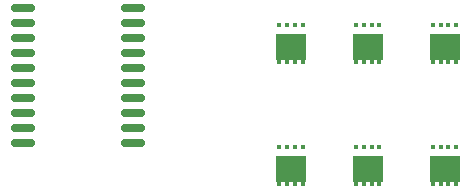
<source format=gbp>
G04 #@! TF.GenerationSoftware,KiCad,Pcbnew,6.0.1-79c1e3a40b~116~ubuntu21.04.1*
G04 #@! TF.CreationDate,2022-02-15T19:11:40-05:00*
G04 #@! TF.ProjectId,ESC_driver,4553435f-6472-4697-9665-722e6b696361,rev?*
G04 #@! TF.SameCoordinates,Original*
G04 #@! TF.FileFunction,Paste,Bot*
G04 #@! TF.FilePolarity,Positive*
%FSLAX46Y46*%
G04 Gerber Fmt 4.6, Leading zero omitted, Abs format (unit mm)*
G04 Created by KiCad (PCBNEW 6.0.1-79c1e3a40b~116~ubuntu21.04.1) date 2022-02-15 19:11:40*
%MOMM*%
%LPD*%
G01*
G04 APERTURE LIST*
G04 Aperture macros list*
%AMRoundRect*
0 Rectangle with rounded corners*
0 $1 Rounding radius*
0 $2 $3 $4 $5 $6 $7 $8 $9 X,Y pos of 4 corners*
0 Add a 4 corners polygon primitive as box body*
4,1,4,$2,$3,$4,$5,$6,$7,$8,$9,$2,$3,0*
0 Add four circle primitives for the rounded corners*
1,1,$1+$1,$2,$3*
1,1,$1+$1,$4,$5*
1,1,$1+$1,$6,$7*
1,1,$1+$1,$8,$9*
0 Add four rect primitives between the rounded corners*
20,1,$1+$1,$2,$3,$4,$5,0*
20,1,$1+$1,$4,$5,$6,$7,0*
20,1,$1+$1,$6,$7,$8,$9,0*
20,1,$1+$1,$8,$9,$2,$3,0*%
G04 Aperture macros list end*
%ADD10R,0.400000X0.400000*%
%ADD11R,2.650000X2.200000*%
%ADD12RoundRect,0.150000X0.875000X0.150000X-0.875000X0.150000X-0.875000X-0.150000X0.875000X-0.150000X0*%
G04 APERTURE END LIST*
D10*
X128720000Y-147412000D03*
X127420000Y-147412000D03*
X128070000Y-147412000D03*
X129370000Y-147412000D03*
D11*
X128395000Y-149312000D03*
D10*
X129370000Y-150562000D03*
X128720000Y-150562000D03*
X128070000Y-150562000D03*
X127420000Y-150562000D03*
X135220000Y-147412000D03*
X134570000Y-147412000D03*
X133920000Y-147412000D03*
X135870000Y-147412000D03*
D11*
X134895000Y-149312000D03*
D10*
X135220000Y-150562000D03*
X134570000Y-150562000D03*
X133920000Y-150562000D03*
X135870000Y-150562000D03*
X141720000Y-147412000D03*
X141070000Y-147412000D03*
X140420000Y-147412000D03*
X142370000Y-147412000D03*
X142370000Y-150562000D03*
X141070000Y-150562000D03*
D11*
X141395000Y-149312000D03*
D10*
X141720000Y-150562000D03*
X140420000Y-150562000D03*
X128720000Y-137087000D03*
X127420000Y-137087000D03*
X128070000Y-137087000D03*
X129370000Y-137087000D03*
D11*
X128395000Y-138987000D03*
D10*
X127420000Y-140237000D03*
X128720000Y-140237000D03*
X129370000Y-140237000D03*
X128070000Y-140237000D03*
X135220000Y-137072000D03*
X134570000Y-137072000D03*
X133920000Y-137072000D03*
X135870000Y-137072000D03*
X135870000Y-140222000D03*
X135220000Y-140222000D03*
X133920000Y-140222000D03*
X134570000Y-140222000D03*
D11*
X134895000Y-138972000D03*
D10*
X140420000Y-137072000D03*
X141720000Y-137072000D03*
X141070000Y-137072000D03*
X142370000Y-137072000D03*
D11*
X141395000Y-138972000D03*
D10*
X140420000Y-140222000D03*
X141720000Y-140222000D03*
X141070000Y-140222000D03*
X142370000Y-140222000D03*
D12*
X115033000Y-135636000D03*
X115033000Y-136906000D03*
X115033000Y-138176000D03*
X115033000Y-139446000D03*
X115033000Y-140716000D03*
X115033000Y-141986000D03*
X115033000Y-143256000D03*
X115033000Y-144526000D03*
X115033000Y-145796000D03*
X115033000Y-147066000D03*
X105733000Y-147066000D03*
X105733000Y-145796000D03*
X105733000Y-144526000D03*
X105733000Y-143256000D03*
X105733000Y-141986000D03*
X105733000Y-140716000D03*
X105733000Y-139446000D03*
X105733000Y-138176000D03*
X105733000Y-136906000D03*
X105733000Y-135636000D03*
M02*

</source>
